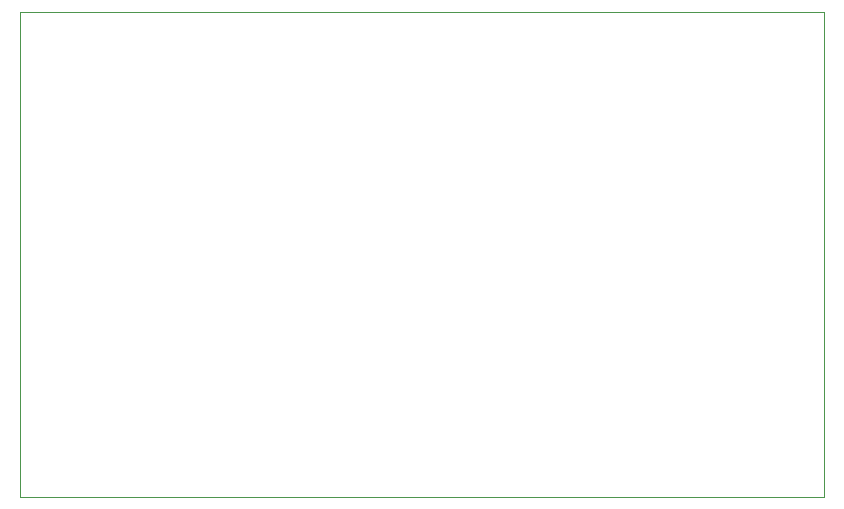
<source format=gbr>
G04 #@! TF.GenerationSoftware,KiCad,Pcbnew,(5.1.4)-1*
G04 #@! TF.CreationDate,2019-09-08T20:19:07+01:00*
G04 #@! TF.ProjectId,autoscreen,6175746f-7363-4726-9565-6e2e6b696361,rev?*
G04 #@! TF.SameCoordinates,Original*
G04 #@! TF.FileFunction,Profile,NP*
%FSLAX46Y46*%
G04 Gerber Fmt 4.6, Leading zero omitted, Abs format (unit mm)*
G04 Created by KiCad (PCBNEW (5.1.4)-1) date 2019-09-08 20:19:07*
%MOMM*%
%LPD*%
G04 APERTURE LIST*
%ADD10C,0.050000*%
G04 APERTURE END LIST*
D10*
X103000000Y-134000000D02*
X103000000Y-93000000D01*
X171000000Y-134000000D02*
X103000000Y-134000000D01*
X171000000Y-93000000D02*
X171000000Y-134000000D01*
X103000000Y-93000000D02*
X171000000Y-93000000D01*
M02*

</source>
